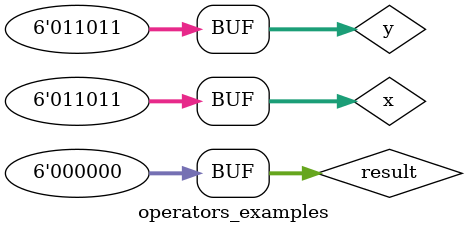
<source format=v>

module operators_examples();

    reg [5:0] x = 0; //&bit variable
    reg [5:0] y = 0; //&bit variable
    reg [5:0] result = 0; //&bit variable

    //Procedure used to continously monitor x, y and result
    initial begin
        $monitor("MON x=%b, y=%b, result=%b", x, y, result);
    end

    //Procedure to generate stimulus
    initial begin
        #1; //wait some time between examples
        x = 6'b00_0101;
        y = 6'b11_0001;
        result = x & y; //AND Gate

        #1; //Use the same values for x and y from above (reg stores the value)
        result = ~(x & y); //NAND Gate

        #1;
        x = 6'b10_0101;
        y = 6'b01_1011;
        result = x | y; //OR Gate

        #1;
        result = ~(x | y); //NOR Gate

        #1;
        x = 6'b01_0110;
        y = 6'b01_1011;
        result = x ^ y; //XOR Gate

        #1;
        result = x ^ ~y; //NXOR used to check if x = y

        #1;
        x = y; //This should make all bits 1
        result = ~(x ^ y); //NXOR
    end

endmodule
</source>
